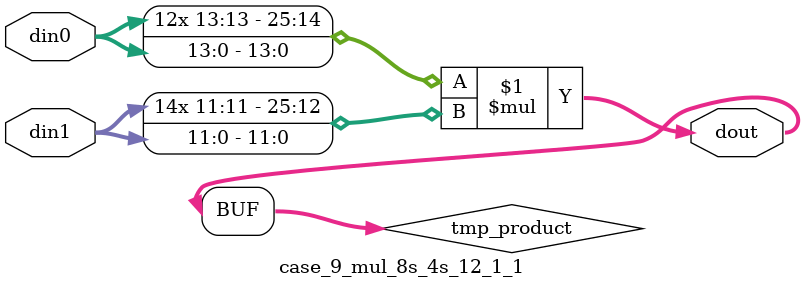
<source format=v>

`timescale 1 ns / 1 ps

 module case_9_mul_8s_4s_12_1_1(din0, din1, dout);
parameter ID = 1;
parameter NUM_STAGE = 0;
parameter din0_WIDTH = 14;
parameter din1_WIDTH = 12;
parameter dout_WIDTH = 26;

input [din0_WIDTH - 1 : 0] din0; 
input [din1_WIDTH - 1 : 0] din1; 
output [dout_WIDTH - 1 : 0] dout;

wire signed [dout_WIDTH - 1 : 0] tmp_product;



























assign tmp_product = $signed(din0) * $signed(din1);








assign dout = tmp_product;





















endmodule

</source>
